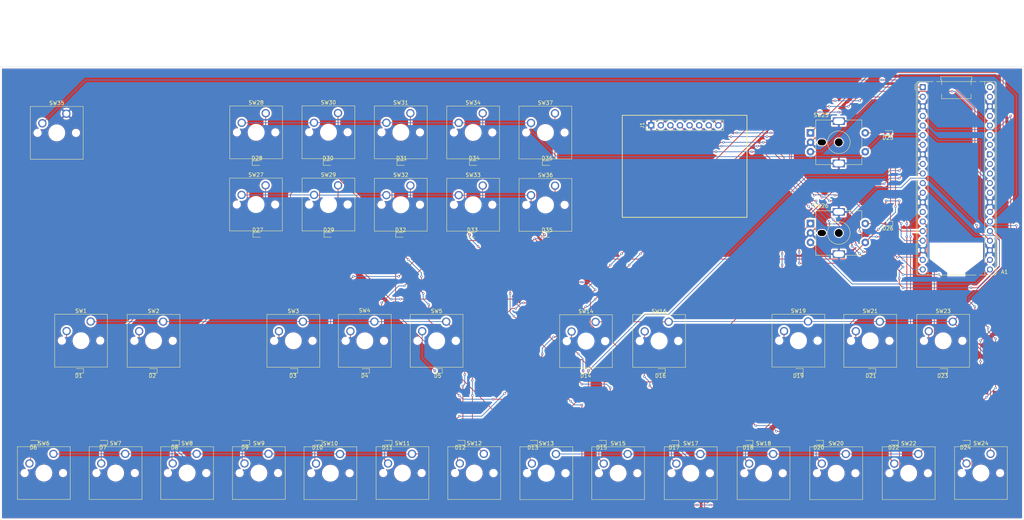
<source format=kicad_pcb>
(kicad_pcb (version 20241229) (generator "pcbnew") (generator_version "9.0")
  (layers (0 "F.Cu" signal) (2 "B.Cu" signal) (13 "F.Paste" user) (15 "B.Paste" user) (5 "F.SilkS" user "F.Silkscreen") (7 "B.SilkS" user "B.Silkscreen") (1 "F.Mask" user) (3 "B.Mask" user) (25 "Edge.Cuts" user))
  (net 0 "")
  (net 1 "1B")
  (net 2 "ROW3")
  (net 4 "2S1")
  (net 5 "DIN")
  (net 6 "A0")
  (net 7 "RST")
  (net 8 "COL1")
  (net 9 "GND")
  (net 10 "MOSI")
  (net 11 "SCK")
  (net 13 "COL2")
  (net 14 "LRCLK")
  (net 15 "1S1")
  (net 16 "COL5")
  (net 18 "CS_LCD")
  (net 21 "2B")
  (net 22 "COL3")
  (net 23 "COL7")
  (net 24 "ROW2")
  (net 26 "ROW0")
  (net 27 "+3V3")
  (net 28 "COL6")
  (net 29 "2A")
  (net 30 "Net-(A1-RUN)")
  (net 31 "ROW1")
  (net 32 "1A")
  (net 33 "BLCK")
  (net 34 "COL4")
  (net 35 "Net-(D1-A)")
  (net 36 "Net-(D2-A)")
  (net 37 "Net-(D3-A)")
  (net 38 "Net-(D4-A)")
  (net 39 "Net-(D5-A)")
  (net 40 "Net-(D6-A)")
  (net 41 "Net-(D7-A)")
  (net 42 "Net-(D8-A)")
  (net 43 "Net-(D9-A)")
  (net 44 "Net-(D10-A)")
  (net 45 "Net-(D11-A)")
  (net 46 "Net-(D12-A)")
  (net 47 "Net-(D13-A)")
  (net 48 "Net-(D14-A)")
  (net 49 "Net-(D15-A)")
  (net 50 "Net-(D16-A)")
  (net 51 "Net-(D17-A)")
  (net 52 "Net-(D18-A)")
  (net 53 "Net-(D19-A)")
  (net 54 "Net-(D20-A)")
  (net 55 "Net-(D21-A)")
  (net 56 "Net-(D22-A)")
  (net 57 "Net-(D23-A)")
  (net 58 "Net-(D24-A)")
  (net 59 "1S2")
  (net 60 "2S2")
  (net 61 "Net-(D27-A)")
  (net 62 "Net-(D28-A)")
  (net 63 "Net-(D29-A)")
  (net 64 "Net-(D30-A)")
  (net 65 "Net-(D31-A)")
  (net 66 "Net-(D32-A)")
  (net 67 "Net-(D33-A)")
  (net 68 "Net-(D34-A)")
  (net 69 "Net-(D35-A)")
  (net 70 "Net-(D36-A)")
  (footprint "Button_Switch_Keyboard:SW_Cherry_MX_1.00u_PCB" (layer "F.Cu") (at 83.305797 39.284393)
    (property "Reference" "SW28")
    (property "Value" "SW_Push" (hide yes))
  )
  (footprint "Button_Switch_Keyboard:SW_Cherry_MX_1.00u_PCB" (layer "F.Cu") (at 140.740921 58.44137)
    (property "Reference" "SW33")
    (property "Value" "SW_Push" (hide yes))
  )
  (footprint "Diode_SMD:D_SOD-523" (layer "F.Cu") (at 243.5 107.5 180)
    (property "Reference" "D21")
    (property "Value" "1N4148WT" (hide yes))
  )
  (footprint "Diode_SMD:D_SOD-523" (layer "F.Cu") (at 90.5 107.5 180)
    (property "Reference" "D3")
    (property "Value" "1N4148WT" (hide yes))
  )
  (footprint "Button_Switch_Keyboard:SW_Cherry_MX_1.00u_PCB" (layer "F.Cu") (at 275.16 129.46)
    (property "Reference" "SW24")
    (property "Value" "SW_Push" (hide yes))
  )
  (footprint "Diode_SMD:D_SOD-523" (layer "F.Cu") (at 249.5 126.5 180)
    (property "Reference" "D22")
    (property "Value" "1N4148WT" (hide yes))
  )
  (footprint "Diode_SMD:D_SOD-523" (layer "F.Cu") (at 100 71.5)
    (property "Reference" "D29")
    (property "Value" "1N4148WT" (hide yes))
  )
  (footprint "Button_Switch_Keyboard:SW_Cherry_MX_1.00u_PCB" (layer "F.Cu") (at 160.12 129.5)
    (property "Reference" "SW13")
    (property "Value" "SW_Push" (hide yes))
  )
  (footprint "Button_Switch_Keyboard:SW_Cherry_MX_1.00u_PCB" (layer "F.Cu") (at 121.600906 58.437029)
    (property "Reference" "SW32")
    (property "Value" "SW_Push" (hide yes))
  )
  (footprint "Button_Switch_Keyboard:SW_Cherry_MX_1.00u_PCB" (layer "F.Cu") (at 141.04 129.46)
    (property "Reference" "SW12")
    (property "Value" "SW_Push" (hide yes))
  )
  (footprint "Button_Switch_Keyboard:SW_Cherry_MX_1.00u_PCB" (layer "F.Cu") (at 121.596983 39.28559)
    (property "Reference" "SW31")
    (property "Value" "SW_Push" (hide yes))
  )
  (footprint "Diode_SMD:D_SOD-523" (layer "F.Cu") (at 157.8 71.5)
    (property "Reference" "D35")
    (property "Value" "1N4148WT" (hide yes))
  )
  (footprint "Diode_SMD:D_SOD-523" (layer "F.Cu") (at 128.8 107.5 180)
    (property "Reference" "D5")
    (property "Value" "1N4148WT" (hide yes))
  )
  (footprint "Button_Switch_Keyboard:SW_Cherry_MX_1.00u_PCB" (layer "F.Cu") (at 226.85 94.42)
    (property "Reference" "SW19")
    (property "Value" "SW_Push" (hide yes))
  )
  (footprint "Diode_SMD:D_SOD-523" (layer "F.Cu") (at 248 44.5 180)
    (property "Reference" "D25")
    (property "Value" "1N4148WT")
  )
  (footprint "Diode_SMD:D_SOD-523" (layer "F.Cu") (at 172.2 126.5 180)
    (property "Reference" "D15")
    (property "Value" "1N4148WT" (hide yes))
  )
  (footprint "Diode_SMD:D_SOD-523" (layer "F.Cu") (at 191.4 126.5 180)
    (property "Reference" "D17")
    (property "Value" "1N4148WT" (hide yes))
  )
  (footprint "Diode_SMD:D_SOD-523" (layer "F.Cu") (at 99.8 52.5)
    (property "Reference" "D30")
    (property "Value" "1N4148WT" (hide yes))
  )
  (footprint "Diode_SMD:D_SOD-523" (layer "F.Cu") (at 268.5 126.5 180)
    (property "Reference" "D24")
    (property "Value" "1N4148WT" (hide yes))
  )
  (footprint "Diode_SMD:D_SOD-523" (layer "F.Cu") (at 109.5 107.5 180)
    (property "Reference" "D4")
    (property "Value" "1N4148WT" (hide yes))
  )
  (footprint "Rotary_Encoder:RotaryEncoder_Alps_EC11E-Switch_Vertical_H20mm_MountingHoles" (layer "F.Cu") (at 227.5 44.5)
    (property "Reference" "SW25")
    (property "Value" "RotaryEncoder_Switch_MP")
  )
  (footprint "Button_Switch_Keyboard:SW_Cherry_MX_1.00u_PCB" (layer "F.Cu") (at 236.85 129.5)
    (property "Reference" "SW20")
    (property "Value" "SW_Push" (hide yes))
  )
  (footprint "Diode_SMD:D_SOD-523" (layer "F.Cu") (at 138.5 52.5)
    (property "Reference" "D34")
    (property "Value" "1N4148WT" (hide yes))
  )
  (footprint "Button_Switch_Keyboard:SW_Cherry_MX_1.00u_PCB" (layer "F.Cu") (at 102.447134 39.254653)
    (property "Reference" "SW30")
    (property "Value" "SW_Push" (hide yes))
  )
  (footprint "Connector_PinHeader_2.54mm:PinHeader_1x08_P2.54mm_Vertical" (layer "F.Cu") (at 185.34 42.5 90)
    (property "Reference" "J1")
    (property "Value" "ST7735R")
  )
  (footprint "Diode_SMD:D_SOD-523" (layer "F.Cu") (at 248 68.5 180)
    (property "Reference" "D26")
    (property "Value" "1N4148WT")
  )
  (footprint "Button_Switch_Keyboard:SW_Cherry_MX_1.00u_PCB" (layer "F.Cu") (at 265.16 94.46)
    (property "Reference" "SW23")
    (property "Value" "SW_Push" (hide yes))
  )
  (footprint "Diode_SMD:D_SOD-523" (layer "F.Cu") (at 224.3 107.5 180)
    (property "Reference" "D19")
    (property "Value" "1N4148WT" (hide yes))
  )
  (footprint "Diode_SMD:D_SOD-523" (layer "F.Cu") (at 21.8 126.5 180)
    (property "Reference" "D6")
    (property "Value" "1N4148WT" (hide yes))
  )
  (footprint "Diode_SMD:D_SOD-523" (layer "F.Cu") (at 157.8 52.5)
    (property "Reference" "D36")
    (property "Value" "1N4148WT" (hide yes))
  )
  (footprint "Diode_SMD:D_SOD-523" (layer "F.Cu") (at 97 126.5 180)
    (property "Reference" "D10")
    (property "Value" "1N4148WT" (hide yes))
  )
  (footprint "Diode_SMD:D_SOD-523" (layer "F.Cu") (at 81 52.5)
    (property "Reference" "D28")
    (property "Value" "1N4148WT" (hide yes))
  )
  (footprint "Button_Switch_Keyboard:SW_Cherry_MX_1.00u_PCB" (layer "F.Cu") (at 189.97 94.5)
    (property "Reference" "SW16")
    (property "Value" "SW_Push" (hide yes))
  )
  (footprint "Button_Switch_Keyboard:SW_Cherry_MX_1.00u_PCB" (layer "F.Cu") (at 198.35 129.5)
    (property "Reference" "SW17")
    (property "Value" "SW_Push" (hide yes))
  )
  (footprint "Diode_SMD:D_SOD-523" (layer "F.Cu") (at 53.3 107.5 180)
    (property "Reference" "D2")
    (property "Value" "1N4148WT" (hide yes))
  )
  (footprint "Diode_SMD:D_SOD-523" (layer "F.Cu") (at 134.8 126.5 180)
    (property "Reference" "D12")
    (property "Value" "1N4148WT" (hide yes))
  )
  (footprint "Button_Switch_Keyboard:SW_Cherry_MX_1.00u_PCB" (layer "F.Cu") (at 27.12 129.46)
    (property "Reference" "SW6")
    (property "Value" "SW_Push" (hide yes))
  )
  (footprint "Button_Switch_Keyboard:SW_Cherry_MX_1.00u_PCB" (layer "F.Cu") (at 245.85 94.46)
    (property "Reference" "SW21")
    (property "Value" "SW_Push" (hide yes))
  )
  (footprint "Diode_SMD:D_SOD-523" (layer "F.Cu") (at 229.7 126.5 180)
    (property "Reference" "D20")
    (property "Value" "1N4148WT" (hide yes))
  )
  (footprint "Diode_SMD:D_SOD-523" (layer "F.Cu") (at 119.3 52.5)
    (property "Reference" "D31")
    (property "Value" "1N4148WT" (hide yes))
  )
  (footprint "Diode_SMD:D_SOD-523" (layer "F.Cu") (at 262.5 107.5 180)
    (property "Reference" "D23")
    (property "Value" "1N4148WT" (hide yes))
  )
  (footprint "Button_Switch_Keyboard:SW_Cherry_MX_1.00u_PCB" (layer "F.Cu") (at 83.27 58.38)
    (property "Reference" "SW27")
    (property "Value" "SW_Push" (hide yes))
  )
  (footprint "Rotary_Encoder:RotaryEncoder_Alps_EC11E-Switch_Vertical_H20mm_MountingHoles" (layer "F.Cu") (at 227.5 68.5)
    (property "Reference" "SW26")
    (property "Value" "RotaryEncoder_Switch_MP")
  )
  (footprint "Button_Switch_Keyboard:SW_Cherry_MX_1.00u_PCB" (layer "F.Cu") (at 102.97 129.5)
    (property "Reference" "SW10")
    (property "Value" "SW_Push" (hide yes))
  )
  (footprint "Button_Switch_Keyboard:SW_Cherry_MX_1.00u_PCB" (layer "F.Cu") (at 93.16 94.46)
    (property "Reference" "SW3")
    (property "Value" "SW_Push" (hide yes))
  )
  (footprint "Diode_SMD:D_SOD-523" (layer "F.Cu") (at 211 126.5 180)
    (property "Reference" "D18")
    (property "Value" "1N4148WT" (hide yes))
  )
  (footprint "Diode_SMD:D_SOD-523" (layer "F.Cu") (at 138 71.5)
    (property "Reference" "D33")
    (property "Value" "1N4148WT" (hide yes))
  )
  (footprint "Diode_SMD:D_SOD-523" (layer "F.Cu") (at 119 71.5)
    (property "Reference" "D32")
    (property "Value" "1N4148WT" (hide yes))
  )
  (footprint "Button_Switch_Keyboard:SW_Cherry_MX_1.00u_PCB" (layer "F.Cu") (at 140.742481 39.308807)
    (property "Reference" "SW34")
    (property "Value" "SW_Push" (hide yes))
  )
  (footprint "Button_Switch_Keyboard:SW_Cherry_MX_1.00u_PCB" (layer "F.Cu") (at 170.62 94.54)
    (property "Reference" "SW14")
    (property "Value" "SW_Push" (hide yes))
  )
  (footprint "Diode_SMD:D_SOD-523" (layer "F.Cu") (at 115.5 126.5 180)
    (property "Reference" "D11")
    (property "Value" "1N4148WT" (hide yes))
  )
  (footprint "Button_Switch_Keyboard:SW_Cherry_MX_1.00u_PCB" (layer "F.Cu") (at 122.04 129.46)
    (property "Reference" "SW11")
    (property "Value" "SW_Push" (hide yes))
  )
  (footprint "Diode_SMD:D_SOD-523" (layer "F.Cu") (at 154 126.5 180)
    (property "Reference" "D13")
    (property "Value" "1N4148WT" (hide yes))
  )
  (footprint "Button_Switch_Keyboard:SW_Cherry_MX_1.00u_PCB" (layer "F.Cu") (at 159.889619 58.479177)
    (property "Reference" "SW36")
    (property "Value" "SW_Push" (hide yes))
  )
  (footprint "Button_Switch_Keyboard:SW_Cherry_MX_1.00u_PCB" (layer "F.Cu") (at 217.62 129.5)
    (property "Reference" "SW18")
    (property "Value" "SW_Push" (hide yes))
  )
  (footprint "Button_Switch_Keyboard:SW_Cherry_MX_1.00u_PCB" (layer "F.Cu") (at 30.54 39.42)
    (property "Reference" "SW35")
    (property "Value" "RESET")
  )
  (footprint "Module:RaspberryPi_Pico_Common_THT" (layer "F.Cu") (at 257.22 32.4)
    (property "Reference" "A1")
    (property "Value" "Orpheus_Pico")
  )
  (footprint "Button_Switch_Keyboard:SW_Cherry_MX_1.00u_PCB" (layer "F.Cu") (at 36.96 94.42)
    (property "Reference" "SW1")
    (property "Value" "SW_Push" (hide yes))
  )
  (footprint "Button_Switch_Keyboard:SW_Cherry_MX_1.00u_PCB" (layer "F.Cu") (at 65.04 129.46)
    (property "Reference" "SW8")
    (property "Value" "SW_Push" (hide yes))
  )
  (footprint "Diode_SMD:D_SOD-523" (layer "F.Cu") (at 77.8 126.5 180)
    (property "Reference" "D9")
    (property "Value" "1N4148WT" (hide yes))
  )
  (footprint "Button_Switch_Keyboard:SW_Cherry_MX_1.00u_PCB" (layer "F.Cu") (at 84.04 129.46)
    (property "Reference" "SW9")
    (property "Value" "SW_Push" (hide yes))
  )
  (footprint "Diode_SMD:D_SOD-523" (layer "F.Cu") (at 168 107.5 180)
    (property "Reference" "D14")
    (property "Value" "1N4148WT" (hide yes))
  )
  (footprint "Diode_SMD:D_SOD-523" (layer "F.Cu") (at 81.2 71.5)
    (property "Reference" "D27")
    (property "Value" "1N4148WT" (hide yes))
  )
  (footprint "Diode_SMD:D_SOD-523" (layer "F.Cu") (at 187.8 107.5 180)
    (property "Reference" "D16")
    (property "Value" "1N4148WT" (hide yes))
  )
  (footprint "Button_Switch_Keyboard:SW_Cherry_MX_1.00u_PCB" (layer "F.Cu") (at 179.12 129.5)
    (property "Reference" "SW15")
    (property "Value" "SW_Push" (hide yes))
  )
  (footprint "Button_Switch_Keyboard:SW_Cherry_MX_1.00u_PCB" (layer "F.Cu") (at 46.12 129.46)
    (property "Reference" "SW7")
    (property "Value" "SW_Push" (hide yes))
  )
  (footprint "Button_Switch_Keyboard:SW_Cherry_MX_1.00u_PCB" (layer "F.Cu") (at 256.04 129.5)
    (property "Reference" "SW22")
    (property "Value" "SW_Push" (hide yes))
  )
  (footprint "Button_Switch_Keyboard:SW_Cherry_MX_1.00u_PCB" (layer "F.Cu") (at 131.08 94.46)
    (property "Reference" "SW5")
    (property "Value" "SW_Push" (hide yes))
  )
  (footprint "Button_Switch_Keyboard:SW_Cherry_MX_1.00u_PCB" (layer "F.Cu") (at 159.874967 39.329948)
    (property "Reference" "SW37")
    (property "Value" "SW_Push" (hide yes))
  )
  (footprint "Button_Switch_Keyboard:SW_Cherry_MX_1.00u_PCB" (layer "F.Cu") (at 112.08 94.46)
    (property "Reference" "SW4")
    (property "Value" "SW_Push" (hide yes))
  )
  (footprint "Diode_SMD:D_SOD-523" (layer "F.Cu") (at 59.2 126.5 180)
    (property "Reference" "D8")
    (property "Value" "1N4148WT" (hide yes))
  )
  (footprint "Diode_SMD:D_SOD-523" (layer "F.Cu") (at 33.8 107.5 180)
    (property "Reference" "D1")
    (property "Value" "1N4148WT" (hide yes))
  )
  (footprint "Button_Switch_Keyboard:SW_Cherry_MX_1.00u_PCB" (layer "F.Cu") (at 56.16 94.46)
    (property "Reference" "SW2")
    (property "Value" "SW_Push" (hide yes))
  )
  (footprint "Diode_SMD:D_SOD-523" (layer "F.Cu") (at 40.2 126.5 180)
    (property "Reference" "D7")
    (property "Value" "1N4148WT" (hide yes))
  )
  (footprint "Button_Switch_Keyboard:SW_Cherry_MX_1.00u_PCB" (layer "F.Cu") (at 102.459626 58.383737)
    (property "Reference" "SW29")
    (property "Value" "SW_Push" (hide yes))
  )
  (gr_rect (start 177.690369 39.849853) (end 210.690369 66.849853) (stroke (width 0.2)) (fill no) (layer "F.SilkS"))
  (gr_rect (start 13 27) (end 284 147) (stroke (width 0.05)) (fill no) (layer "Edge.Cuts"))
  (segment (start 282 34.5) (end 282 60.96) (width 0.2) (layer "B.Cu") (net 1))
  (segment (start 282 60.96) (end 275 67.96) (width 0.2) (layer "B.Cu") (net 1))
  (segment (start 251.018687 29) (end 276.5 29) (width 0.2) (layer "B.Cu") (net 1))
  (segment (start 276.5 29) (end 282 34.5) (width 0.2) (layer "B.Cu") (net 1))
  (segment (start 230.518687 49.5) (end 251.018687 29) (width 0.2) (layer "B.Cu") (net 1))
  (segment (start 227.5 49.5) (end 230.518687 49.5) (width 0.2) (layer "B.Cu") (net 1))
  (segment (start 272.5 99.5) (end 282 90) (width 0.2) (layer "F.Cu") (net 2))
  (segment (start 282 90) (end 282 69) (width 0.2) (layer "F.Cu") (net 2))
  (segment (start 272.5 113.04) (end 272.5 105) (width 0.2) (layer "F.Cu") (net 2))
  (segment (start 256.04 129.5) (end 272.5 113.04) (width 0.2) (layer "F.Cu") (net 2))
  (via (at 272.5 105) (size 0.6) (drill 0.3) (layers "F.Cu" "B.Cu") (net 2))
  (via (at 282 69) (size 0.6) (drill 0.3) (layers "F.Cu" "B.Cu") (net 2))
  (via (at 272.5 99.5) (size 0.6) (drill 0.3) (layers "F.Cu" "B.Cu") (net 2))
  (segment (start 272.5 67.01705) (end 272.5 46.5) (width 0.2) (layer "B.Cu") (net 2))
  (segment (start 281.939 69.061) (end 274.54395 69.061) (width 0.2) (layer "B.Cu") (net 2))
  (segment (start 261.16 46.5) (end 257.22 42.56) (width 0.2) (layer "B.Cu") (net 2))
  (segment (start 198.35 129.5) (end 217.62 129.5) (width 0.2) (layer "B.Cu") (net 2))
  (segment (start 217.62 129.5) (end 236.85 129.5) (width 0.2) (layer "B.Cu") (net 2))
  (segment (start 272.5 46.5) (end 261.16 46.5) (width 0.2) (layer "B.Cu") (net 2))
  (segment (start 274.54395 69.061) (end 272.5 67.01705) (width 0.2) (layer "B.Cu") (net 2))
  (segment (start 272.5 105) (end 272.5 99.5) (width 0.2) (layer "B.Cu") (net 2))
  (segment (start 282 69) (end 281.939 69.061) (width 0.2) (layer "B.Cu") (net 2))
  (segment (start 160.12 129.5) (end 179.12 129.5) (width 0.2) (layer "B.Cu") (net 2))
  (segment (start 179.12 129.5) (end 198.35 129.5) (width 0.2) (layer "B.Cu") (net 2))
  (segment (start 236.85 129.5) (end 256.04 129.5) (width 0.2) (layer "B.Cu") (net 2))
  (segment (start 162.509032 77.901) (end 153.539619 68.931587) (width 0.2) (layer "F.Cu") (net 4))
  (segment (start 250 50.5) (end 252.86 47.64) (width 0.2) (layer "F.Cu") (net 4))
  (segment (start 242 73.5) (end 245.5 70) (width 0.2) (layer "F.Cu") (net 4))
  (segment (start 250 64) (end 250 50.5) (width 0.2) (layer "F.Cu") (net 4))
  (segment (start 153.539619 68.931587) (end 153.539619 61.019177) (width 0.2) (layer "F.Cu") (net 4))
  (segment (start 237.599 77.901) (end 162.509032 77.901) (width 0.2) (layer "F.Cu") (net 4))
  (segment (start 242 73.5) (end 237.599 77.901) (width 0.2) (layer "F.Cu") (net 4))
  (segment (start 252.86 47.64) (end 257.22 47.64) (width 0.2) (layer "F.Cu") (net 4))
  (via (at 245.5 70) (size 0.6) (drill 0.3) (layers "F.Cu" "B.Cu") (net 4))
  (via (at 250 64) (size 0.6) (drill 0.3) (layers "F.Cu" "B.Cu") (net 4))
  (segment (start 250 65.5) (end 250 64) (width 0.2) (layer "B.Cu") (net 4))
  (segment (start 96.109626 60.923737) (end 76.923737 60.923737) (width 0.2) (layer "B.Cu") (net 4))
  (segment (start 115.255247 60.98137) (end 115.250906 60.977029) (width 0.2) (layer "B.Cu") (net 4))
  (segment (start 96.162918 60.977029) (end 96.109626 60.923737) (width 0.2) (layer "B.Cu") (net 4))
  (segment (start 115.250906 60.977029) (end 96.162918 60.977029) (width 0.2) (layer "B.Cu") (net 4))
  (segment (start 245.5 70) (end 250 65.5) (width 0.2) (layer "B.Cu") (net 4))
  (segment (start 134.390921 60.98137) (end 115.255247 60.98137) (width 0.2) (layer "B.Cu") (net 4))
  (segment (start 153.539619 61.019177) (end 134.428728 61.019177) (width 0.2) (layer "B.Cu") (net 4))
  (segment (start 134.428728 61.019177) (end 134.390921 60.98137) (width 0.2) (layer "B.Cu") (net 4))
  (segment (start 76.923737 60.923737) (end 76.92 60.92) (width 0.2) (layer "B.Cu") (net 4))
  (segment (start 219 46.5) (end 222 49.5) (width 0.2) (layer "F.Cu") (net 6))
  (segment (start 247.5 63) (end 247.5 62.5) (width 0.2) (layer "F.Cu") (net 6))
  (segment (start 243.5 67) (end 247.5 63) (width 0.2) (layer "F.Cu") (net 6))
  (segment (start 201.04 45.5) (end 206.5 45.5) (width 0.2) (layer "F.Cu") (net 6))
  (segment (start 234 61) (end 237.5 61) (width 0.2) (layer "F.Cu") (net 6))
  (segment (start 237.5 61) (end 243.5 67) (width 0.2) (layer "F.Cu") (net 6))
  (segment (start 216 45.5) (end 218 45.5) (width 0.2) (layer "F.Cu") (net 6))
  (segment (start 222 52) (end 222 54.5) (width 0.2) (layer "F.Cu") (net 6))
  (segment (start 222 49.5) (end 222 52) (width 0.2) (layer "F.Cu") (net 6))
  (segment (start 198.04 42.5) (end 201.04 45.5) (width 0.2) (layer "F.Cu") (net 6))
  (segment (start 251 68) (end 251.5 68.5) (width 0.2) (layer "F.Cu") (net 6))
  (segment (start 251 62.5) (end 251 68) (width 0.2) (layer "F.Cu") (net 6))
  (segment (start 218 45.5) (end 219 46.5) (width 0.2) (layer "F.Cu") (net 6))
  (segment (start 222 54.5) (end 228.5 61) (width 0.2) (layer "F.Cu") (net 6))
  (via (at 206.5 45.5) (size 0.6) (drill 0.3) (layers "F.Cu" "B.Cu") (net 6))
  (via (at 251 62.5) (size 0.6) (drill 0.3) (layers "F.Cu" "B.Cu") (net 6))
  (via (at 228.5 61) (size 0.6) (drill 0.3) (layers "F.Cu" "B.Cu") (net 6))
  (via (at 216 45.5) (size 0.6) (drill 0.3) (layers "F.Cu" "B.Cu") (net 6))
  (via (at 247.5 62.5) (size 0.6) (drill 0.3) (layers "F.Cu" "B.Cu") (net 6))
  (via (at 251.5 68.5) (size 0.6) (drill 0.3) (layers "F.Cu" "B.Cu") (net 6))
  (via (at 234 61) (size 0.6) (drill 0.3) (layers "F.Cu" "B.Cu") (net 6))
  (segment (start 251.5 72) (end 252.54 73.04) (width 0.2) (layer "B.Cu") (net 6))
  (segment (start 206.5 45.5) (end 216 45.5) (width 0.2) (layer "B.Cu") (net 6))
  (segment (start 228.601 60.899) (end 233.899 60.899) (width 0.2) (layer "B.Cu") (net 6))
  (segment (start 251.5 68.5) (end 251.5 72) (width 0.2) (layer "B.Cu") (net 6))
  (segment (start 233.899 60.899) (end 234 61) (width 0.2) (layer "B.Cu") (net 6))
  (segment (start 247.5 62.5) (end 251 62.5) (width 0.2) (layer "B.Cu") (net 6))
  (segment (start 228.5 61) (end 228.601 60.899) (width 0.2) (layer "B.Cu") (net 6))
  (segment (start 252.54 73.04) (end 257.22 73.04) (width 0.2) (layer "B.Cu") (net 6))
  (segment (start 200 47) (end 204.5 47) (width 0.2) (layer "F.Cu") (net 7))
  (segment (start 220.5 51) (end 220.5 54.5) (width 0.2) (layer "F.Cu") (net 7))
  (segment (start 215 47) (end 216.5 47) (width 0.2) (layer "F.Cu") (net 7))
  (segment (start 228.5 62.5) (end 229 62.5) (width 0.2) (layer "F.Cu") (net 7))
  (segment (start 195.5 42.5) (end 200 47) (width 0.2) (layer "F.Cu") (net 7))
  (segment (start 241.5 76) (end 249 76) (width 0.2) (layer "F.Cu") (net 7))
  (segment (start 216.5 47) (end 220.5 51) (width 0.2) (layer "F.Cu") (net 7))
  (segment (start 239.5 73.5) (end 239.5 74) (width 0.2) (layer "F.Cu") (net 7))
  (segment (start 249 76) (end 250.5 77.5) (width 0.2) (layer "F.Cu") (net 7))
  (segment (start 233.5 67.5) (end 239.5 73.5) (width 0.2) (layer "F.Cu") (net 7))
  (segment (start 220.5 54.5) (end 228.5 62.5) (width 0.2) (layer "F.Cu") (net 7))
  (via (at 215 47) (size 0.6) (drill 0.3) (layers "F.Cu" "B.Cu") (net 7))
  (via (at 229 62.5) (size 0.6) (drill 0.3) (layers "F.Cu" "B.Cu") (net 7))
  (via (at 250.5 77.5) (size 0.6) (drill 0.3) (layers "F.Cu" "B.Cu") (net 7))
  (via (at 204.5 47) (size 0.6) (drill 0.3) (layers "F.Cu" "B.Cu") (net 7))
  (via (at 233.5 67.5) (size 0.6) (drill 0.3) (layers "F.Cu" "B.Cu") (net 7))
  (via (at 239.5 74) (size 0.6) (drill 0.3) (layers "F.Cu" "B.Cu") (net 7))
  (via (at 241.5 76) (size 0.6) (drill 0.3) (layers "F.Cu" "B.Cu") (net 7))
  (segment (start 229 62.5) (end 229 63) (width 0.2) (layer "B.Cu") (net 7))
  (segment (start 229 63) (end 233.5 67.5) (width 0.2) (layer "B.Cu") (net 7))
  (segment (start 239.5 74) (end 241.5 76) (width 0.2) (layer "B.Cu") (net 7))
  (segment (start 250.5 77.5) (end 250.601 77.399) (width 0.2) (layer "B.Cu") (net 7))
  (segment (start 256.499 77.399) (end 257.22 78.12) (width 0.2) (layer "B.Cu") (net 7))
  (segment (start 250.601 77.399) (end 256.499 77.399) (width 0.2) (layer "B.Cu") (net 7))
  (segment (start 204.5 47) (end 215 47) (width 0.2) (layer "B.Cu") (net 7))
  (segment (start 89.8339 60.774132) (end 98.759032 51.849) (width 0.2) (layer "F.Cu") (net 8))
  (segment (start 252.78 52.72) (end 251 54.5) (width 0.2) (layer "F.Cu") (net 8))
  (segment (start 80.3 52.5) (end 78.379 54.421) (width 0.2) (layer "F.Cu") (net 8))
  (segment (start 78.379 69.379) (end 80.5 71.5) (width 0.2) (layer "F.Cu") (net 8))
  (segment (start 98.759032 51.849) (end 99.440968 51.849) (width 0.2) (layer "F.Cu") (net 8))
  (segment (start 257.22 52.72) (end 252.78 52.72) (width 0.2) (layer "F.Cu") (net 8))
  (segment (start 70.5 71.5) (end 80.5 71.5) (width 0.2) (layer "F.Cu") (net 8))
  (segment (start 117.699 71.641797) (end 117.699 92.08053) (width 0.2) (layer "F.Cu") (net 8))
  (segment (start 99.701 53.643797) (end 117.699 71.641797) (width 0.2) (layer "F.Cu") (net 8))
  (segment (start 82.96645 73.96645) (end 86.96645 73.96645) (width 0.2) (layer "F.Cu") (net 8))
  (segment (start 89.8339 71.099) (end 89.8339 60.774132) (width 0.2) (layer "F.Cu") (net 8))
  (segment (start 151.46747 125.849) (end 154.049 125.849) (width 0.2) (layer "F.Cu") (net 8))
  (segment (start 34.5 107.5) (end 70.5 71.5) (width 0.2) (layer "F.Cu") (net 8))
  (segment (start 34.5 107.5) (end 34.5 114.5) (width 0.2) (layer "F.Cu") (net 8))
  (segment (start 117.699 92.08053) (end 151.46747 125.849) (width 0.2) (layer "F.Cu") (net 8))
  (segment (start 80.5 71.5) (end 82.96645 73.96645) (width 0.2) (layer "F.Cu") (net 8))
  (segment (start 86.96645 73.96645) (end 89.8339 71.099) (width 0.2) (layer "F.Cu") (net 8))
  (segment (start 168.7 107.5) (end 168.7 112.5) (width 0.2) (layer "F.Cu") (net 8))
  (segment (start 78.379 54.421) (end 78.379 69.379) (width 0.2) (layer "F.Cu") (net 8))
  (segment (start 154.049 125.849) (end 154.7 126.5) (width 0.2) (layer "F.Cu") (net 8))
  (segment (start 99.440968 51.849) (end 99.701 52.109032) (width 0.2) (layer "F.Cu") (net 8))
  (segment (start 99.701 52.109032) (end 99.701 53.643797) (width 0.2) (layer "F.Cu") (net 8))
  (segment (start 168.7 112.5) (end 154.7 126.5) (width 0.2) (layer "F.Cu") (net 8))
  (segment (start 34.5 114.5) (end 22.5 126.5) (width 0.2) (layer "F.Cu") (net 8))
  (via (at 251 54.5) (size 0.6) (drill 0.3) (layers "F.Cu" "B.Cu") (net 8))
  (via (at 168.7 107.5) (size 0.6) (drill 0.3) (layers "F.Cu" "B.Cu") (net 8))
  (segment (start 251 54.5) (end 248.5 54.5) (width 0.2) (layer "B.Cu") (net 8))
  (segment (start 226.5 56) (end 247 56) (width 0.2) (layer "B.Cu") (net 8))
  (segment (start 190 92.5) (end 226.5 56) (width 0.2) (layer "B.Cu") (net 8))
  (segment (start 183.7 92.5) (end 190 92.5) (width 0.2) (layer "B.Cu") (net 8))
  (segment (start 168.7 107.5) (end 183.7 92.5) (width 0.2) (layer "B.Cu") (net 8))
  (segment (start 248.5 54.5) (end 247 56) (width 0.2) (layer "B.Cu") (net 8))
  (segment (start 233.1 41.4) (end 227.5 47) (width 0.2) (layer "F.Cu") (net 9))
  (segment (start 233.1 65.4) (end 227.5 71) (width 0.2) (layer "F.Cu") (net 9))
  (segment (start 233.1 52.6) (end 235 52.6) (width 0.2) (layer "F.Cu") (net 9))
  (segment (start 227.5 71) (end 233.1 76.6) (width 0.2) (layer "F.Cu") (net 9))
  (segment (start 233.1 76.6) (end 235 76.6) (width 0.2) (layer "F.Cu") (net 9))
  (segment (start 235 65.4) (end 233.1 65.4) (width 0.2) (layer "F.Cu") (net 9))
  (segment (start 227.5 47) (end 233.1 52.6) (width 0.2) (layer "F.Cu") (net 9))
  (segment (start 235 41.4) (end 233.1 41.4) (width 0.2) (layer "F.Cu") (net 9))
  (segment (start 241 77) (end 248.5 77) (width 0.2) (layer "F.Cu") (net 10))
  (segment (start 277.5 79.71705) (end 277.5 73) (width 0.2) (layer "F.Cu") (net 10))
  (segment (start 277.5 73) (end 275 70.5) (width 0.2) (layer "F.Cu") (net 10))
  (segment (start 235.518687 73.5) (end 238 73.5) (width 0.2) (layer "F.Cu") (net 10))
  (segment (start 232.5 70.481313) (end 235.518687 73.5) (width 0.2) (layer "F.Cu") (net 10))
  (segment (start 250.5 78.5) (end 252 80) (width 0.2) (layer "F.Cu") (net 10))
  (segment (start 232.5 68) (end 232.5 70.481313) (width 0.2) (layer "F.Cu") (net 10))
  (segment (start 270 85.5) (end 271.71705 85.5) (width 0.2) (layer "F.Cu") (net 10))
  (segment (start 251 83) (end 251 84.5) (width 0.2) (layer "F.Cu") (net 10))
  (segment (start 216 48) (end 219.5 51.5) (width 0.2) (layer "F.Cu") (net 10))
  (segment (start 213.5 48) (end 216 48) (width 0.2) (layer "F.Cu") (net 10))
  (segment (start 219.5 51.5) (end 219.5 55) (width 0.2) (layer "F.Cu") (net 10))
  (segment (start 238.5 74) (end 238.5 74.5) (width 0.2) (layer "F.Cu") (net 10))
  (segment (start 240.5 76.5) (end 241 77) (width 0.2) (layer "F.Cu") (net 10))
  (segment (start 271.71705 85.5) (end 277.5 79.71705) (width 0.2) (layer "F.Cu") (net 10))
  (segment (start 219.5 55) (end 225 60.5) (width 0.2) (layer "F.Cu") (net 10))
  (segment (start 248.5 77) (end 249 77) (width 0.2) (layer "F.Cu") (net 10))
  (segment (start 251 84.5) (end 252 85.5) (width 0.2) (layer "F.Cu") (net 10))
  (segment (start 238 73.5) (end 238.5 74) (width 0.2) (layer "F.Cu") (net 10))
  (segment (start 192.96 42.5) (end 198.46 48) (width 0.2) (layer "F.Cu") (net 10))
  (segment (start 249 77) (end 250.5 78.5) (width 0.2) (layer "F.Cu") (net 10))
  (segment (start 198.46 48) (end 204 48) (width 0.2) (layer "F.Cu") (net 10))
  (segment (start 225 60.5) (end 228 63.5) (width 0.2) (layer "F.Cu") (net 10))
  (via (at 204 48) (size 0.6) (drill 0.3) (layers "F.Cu" "B.Cu") (net 10))
  (via (at 232.5 68) (size 0.6) (drill 0.3) (layers "F.Cu" "B.Cu") (net 10))
  (via (at 213.5 48) (size 0.6) (drill 0.3) (layers "F.Cu" "B.Cu") (net 10))
  (via (at 252 85.5) (size 0.6) (drill 0.3) (layers "F.Cu" "B.Cu") (net 10))
  (via (at 240.5 76.5) (size 0.6) (drill 0.3) (layers "F.Cu" "B.Cu") (net 10))
  (via (at 252 80) (size 0.6) (drill 0.3) (layers "F.Cu" "B.Cu") (net 10))
  (via (at 270 85.5) (size 0.6) (drill 0.3) (layers "F.Cu" "B.Cu") (net 10))
  (via (at 238.5 74.5) (size 0.6) (drill 0.3) (layers "F.Cu" "B.Cu") (net 10))
  (via (at 251 83) (size 0.6) (drill 0.3) (layers "F.Cu" "B.Cu") (net 10))
  (via (at 228 63.5) (size 0.6) (drill 0.3) (layers "F.Cu" "B.Cu") (net 10))
  (segment (start 252 85.5) (end 268.5 85.5) (width 0.2) (layer "B.Cu") (net 10))
  (segment (start 204 48) (end 213.5 48) (width 0.2) (layer "B.Cu") (net 10))
  (segment (start 251 82.5) (end 251 83) (width 0.2) (layer "B.Cu") (net 10))
  (segment (start 251 81) (end 251 82.5) (width 0.2) (layer "B.Cu") (net 10))
  (segment (start 252 80) (end 251 81) (width 0.2) (layer "B.Cu") (net 10))
  (segment (start 228 63.5) (end 232.5 68) (width 0.2) (layer "B.Cu") (net 10))
  (segment (start 238.5 74.5) (end 240.5 76.5) (width 0.2) (layer "B.Cu") (net 10))
  (segment (start 268.5 85.5) (end 270 85.5) (width 0.2) (layer "B.Cu") (net 10))
  (segment (start 271.5 69) (end 271.5 69.54) (width 0.2) (layer "F.Cu") (net 11))
  (segment (start 197.42 49.5) (end 202.5 49.5) (width 0.2) (layer "F.Cu") (net 11))
  (segment (start 217.5 52) (end 218.5 53) (width 0.2) (layer "F.Cu") (net 11))
  (segment (start 218.5 53) (end 218.5 55.5) (width 0.2) (layer "F.Cu") (net 11))
  (segment (start 218.5 55.5) (end 227 64) (width 0.2) (layer "F.Cu") (net 11))
  (segment (start 271.5 69.54) (end 275 73.04) (width 0.2) (layer "F.Cu") (net 11))
  (segment (start 215 49.5) (end 217.5 52) (width 0.2) (layer "F.Cu") (net 11))
  (segment (start 212 49.5) (end 215 49.5) (width 0.2) (layer "F.Cu") (net 11))
  (segment (start 190.42 42.5) (end 197.42 49.5) (width 0.2) (layer "F.Cu") (net 11))
  (via (at 227 64) (size 0.6) (drill 0.3) (layers "F.Cu" "B.Cu") (net 11))
  (via (at 202.5 49.5) (size 0.6) (drill 0.3) (layers "F.Cu" "B.Cu") (net 11))
  (via (at 212 49.5) (size 0.6) (drill 0.3) (layers "F.Cu" "B.Cu") (net 11))
  (via (at 271.5 69) (size 0.6) (drill 0.3) (layers "F.Cu" "B.Cu") (net 11))
  (segment (start 254 56.5) (end 259 56.5) (width 0.2) (layer "B.Cu") (net 11))
  (segment (start 251.5 59) (end 254 56.5) (width 0.2) (layer "B.Cu") (net 11))
  (segment (start 227 64) (end 231.601 68.601) (width 0.2) (layer "B.Cu") (net 11))
  (segment (start 245 59) (end 251.5 59) (width 0.2) (layer "B.Cu") (net 11))
  (segment (start 259 56.5) (end 271.5 69) (width 0.2) (layer "B.Cu") (net 11))
  (segment (start 202.5 49.5) (end 212 49.5) (width 0.2) (layer "B.Cu") (net 11))
  (segment (start 235.399 68.601) (end 235.5 68.5) (width 0.2) (layer "B.Cu") (net 11))
  (segment (start 235.5 68.5) (end 245 59) (width 0.2) (layer "B.Cu") (net 11))
  (segment (start 231.601 68.601) (end 235.399 68.601) (width 0.2) (layer "B.Cu") (net 11))
  (segment (start 257.22 55.26) (end 252.24 55.26) (width 0.2) (layer "F.Cu") (net 13))
  (segment (start 97.568626 54.031374) (end 97.568626 69.768626) (width 0.2) (layer "F.Cu") (net 13))
  (segment (start 220 76.5) (end 220 73.398) (width 0.2) (layer "F.Cu") (net 13))
  (segment (start 188.5 107.5) (end 194 107.5) (width 0.2) (layer "F.Cu") (net 13))
  (segment (start 99.3 71.5) (end 116.3 88.5) (width 0.2) (layer "F.Cu") (net 13))
  (segment (start 167 104.5) (end 164.5 104.5) (width 0.2) (layer "F.Cu") (net 13))
  (segment (start 164.5 104.5) (end 148.5 88.5) (width 0.2) (layer "F.Cu") (net 13))
  (segment (start 235.398 58) (end 247 58) (width 0.2) (layer "F.Cu") (net 13))
  (segment (start 172.9 110.4) (end 167 104.5) (width 0.2) (layer "F.Cu") (net 13))
  (segment (start 194 107.5) (end 218 83.5) (width 0.2) (layer "F.Cu") (net 13))
  (segment (start 116.3 88.5) (end 116.5 88.5) (width 0.2) (layer "F.Cu") (net 13))
  (segment (start 220 81.5) (end 220 79.5) (width 0.2) (layer "F.Cu") (net 13))
  (segment (start 172.9 126.5) (end 172.9 110.4) (width 0.2) (layer "F.Cu") (net 13))
  (segment (start 40.9 126.5) (end 40.9 120.6) (width 0.2) (layer "F.Cu") (net 13))
  (segment (start 172.9 110.4) (end 185.6 110.4) (width 0.2) (layer "F.Cu") (net 13))
  (segment (start 220 73.398) (end 235.398 58) (width 0.2) (layer "F.Cu") (net 13))
  (segment (start 148.5 88.5) (end 119 88.5) (width 0.2) (layer "F.Cu") (net 13))
  (segment (start 99.1 52.5) (end 97.568626 54.031374) (width 0.2) (layer "F.Cu") (net 13))
  (segment (start 252.24 55.26) (end 251 56.5) (width 0.2) (layer "F.Cu") (net 13))
  (segment (start 40.9 120.6) (end 54 107.5) (width 0.2) (layer "F.Cu") (net 13))
  (segment (start 90 71.5) (end 54 107.5) (width 0.2) (layer "F.Cu") (net 13))
  (segment (start 185.6 110.4) (end 188.5 107.5) (width 0.2) (layer "F.Cu") (net 13))
  (segment (start 218 83.5) (end 220 81.5) (width 0.2) (layer "F.Cu") (net 13))
  (segment (start 99.3 71.5) (end 90 71.5) (width 0.2) (layer "F.Cu") (net 13))
  (segment (start 97.568626 69.768626) (end 99.3 71.5) (width 0.2) (layer "F.Cu") (net 13))
  (via (at 251 56.5) (size 0.6) (drill 0.3) (layers "F.Cu" "B.Cu") (net 13))
  (via (at 220 76.5) (size 0.6) (drill 0.3) (layers "F.Cu" "B.Cu") (net 13))
  (via (at 220 79.5) (size 0.6) (drill 0.3) (layers "F.Cu" "B.Cu") (net 13))
  (via (at 247 58) (size 0.6) (drill 0.3) (layers "F.Cu" "B.Cu") (net 13))
  (via (at 116.5 88.5) (size 0.6) (drill 0.3) (layers "F.Cu" "B.Cu") (net 13))
  (via (at 119 88.5) (size 0.6) (drill 0.3) (layers "F.Cu" "B.Cu") (net 13))
  (segment (start 251 56.5) (end 248.5 56.5) (width 0.2) (layer "B.Cu") (net 13))
  (segment (start 220 79.5) (end 220 76.5) (width 0.2) (layer "B.Cu") (net 13))
  (segment (start 248.5 56.5) (end 247 58) (width 0.2) (layer "B.Cu") (net 13))
  (segment (start 119 88.5) (end 116.5 88.5) (width 0.2) (layer "B.Cu") (net 13))
  (segment (start 153.503826 41.848807) (end 153.524967 41.869948) (width 0.2) (layer "B.Cu") (net 15))
  (segment (start 242 49.5) (end 246.4 45.1) (width 0.2) (layer "B.Cu") (net 15))
  (segment (start 134.369264 41.82559) (end 134.392481 41.848807) (width 0.2) (layer "B.Cu") (net 15))
  (segment (start 160.401203 50.801) (end 153.524967 43.924764) (width 0.2) (layer "B.Cu") (net 15))
  (segment (start 115.246983 41.82559) (end 134.369264 41.82559) (width 0.2) (layer "B.Cu") (net 15))
  (segment (start 153.524967 43.924764) (end 153.524967 41.869948) (width 0.2) (layer "B.Cu") (net 15))
  (segment (start 115.216046 41.794653) (end 115.246983 41.82559) (width 0.2) (layer "B.Cu") (net 15))
  (segment (start 96.097134 41.794653) (end 115.216046 41.794653) (width 0.2) (layer "B.Cu") (net 15))
  (segment (start 76.955797 41.824393) (end 96.067394 41.824393) (width 0.2) (layer "B.Cu") (net 15))
  (segment (start 242 49.5) (end 240.699 50.801) (width 0.2) (layer "B.Cu") (net 15))
  (segment (start 134.392481 41.848807) (end 153.503826 41.848807) (width 0.2) (layer "B.Cu") (net 15))
  (segment (start 96.067394 41.824393) (end 96.097134 41.794653) (width 0.2) (layer "B.Cu") (net 15))
  (segment (start 246.4 45.1) (end 257.22 45.1) (width 0.2) (layer "B.Cu") (net 15))
  (segment (start 240.699 50.801) (end 160.401203 50.801) (width 0.2) (layer "B.Cu") (net 15))
  (segment (start 212.5 121.5) (end 213 122) (width 0.2) (layer "F.Cu") (net 16))
  (segment (start 157.1 71.5) (end 157.05 71.45) (width 0.2) (layer "F.Cu") (net 16))
  (segment (start 157.05 71.45) (end 154.998619 69.398619) (width 0.2) (layer "F.Cu") (net 16))
  (segment (start 183.5 108.26153) (end 183.5 109) (width 0.2) (layer "F.Cu") (net 16))
  (segment (start 254 97.7) (end 254 72) (width 0.2) (layer "F.Cu") (net 16))
  (segment (start 227.4 123.5) (end 230.4 126.5) (width 0.2) (layer "F.Cu") (net 16))
  (segment (start 154 73) (end 154.5 72.5) (width 0.2) (layer "F.Cu") (net 16))
  (segment (start 169.219 87.281) (end 169.219 95.120314) (width 0.2) (layer "F.Cu") (net 16))
  (segment (start 140.5 73) (end 154 73) (width 0.2) (layer "F.Cu") (net 16))
  (segment (start 218.5 123.5) (end 227.4 123.5) (width 0.2) (layer "F.Cu") (net 16))
  (segment (start 111.891 98.609) (end 114 96.5) (width 0.2) (layer "F.Cu") (net 16))
  (segment (start 120 85) (end 132 73) (width 0.2) (layer "F.Cu") (net 16))
  (segment (start 97.7 126.5) (end 97.7 120) (width 0.2) (layer "F.Cu") (net 16))
  (segment (start 114 96.5) (end 114 89.5) (width 0.2) (layer "F.Cu") (net 16))
  (segment (start 244.2 112.7) (end 230.4 126.5) (width 0.2) (layer "F.Cu") (net 16))
  (segment (start 111.891 105.809) (end 111.891 98.609) (width 0.2) (layer "F.Cu") (net 16))
  (segment (start 166 84) (end 167 84) (width 0.2) (layer "F.Cu") (net 16))
  (segment (start 185 111.5) (end 195 121.5) (width 0.2) (layer "F.Cu") (net 16))
  (segment (start 154.998619 69.398619) (end 154.998619 54.601381) (width 0.2) (layer "F.Cu") (net 16))
  (segment (start 132 73) (end 140.5 73) (width 0.2) (layer "F.Cu") (net 16))
  (segment (start 244.2 107.5) (end 254 97.7) (width 0.2) (layer "F.Cu") (net 16))
  (segment (start 244.2 107.5) (end 244.2 112.7) (width 0.2) (layer "F.Cu") (net 16))
  (segment (start 195 121.5) (end 212.5 121.5) (width 0.2) (layer "F.Cu") (net 16))
  (segment (start 169.219 95.120314) (end 172.517686 98.419) (width 0.2) (layer "F.Cu") (net 16))
  (segment (start 170.5 86) (end 169.219 87.281) (width 0.2) (layer "F.Cu") (net 16))
  (segment (start 173.65747 98.419) (end 183.5 108.26153) (width 0.2) (layer "F.Cu") (net 16))
  (segment (start 97.7 120) (end 110.2 107.5) (width 0.2) (layer "F.Cu") (net 16))
  (segment (start 154.998619 54.601381) (end 157.1 52.5) (width 0.2) (layer "F.Cu") (net 16))
  (segment (start 154.5 72.5) (end 166 84) (width 0.2) (layer "F.Cu") (net 16))
  (segment (start 110.2 107.5) (end 111.891 105.809) (width 0.2) (layer "F.Cu") (net 16))
  (segment (start 172.517686 98.419) (end 173.65747 98.419) (width 0.2) (layer "F.Cu") (net 16))
  (via (at 183.5 109) (size 0.6) (drill 0.3) (layers "F.Cu" "B.Cu") (net 16))
  (via (at 185 111.5) (size 0.6) (drill 0.3) (layers "F.Cu" "B.Cu") (net 16))
  (via (at 154.5 72.5) (size 0.6) (drill 0.3) (layers "F.Cu" "B.Cu") (net 16))
  (via (at 170.5 86) (size 0.6) (drill 0.3) (layers "F.Cu" "B.Cu") (net 16))
  (via (at 167 84) (size 0.6) (drill 0.3) (layers "F.Cu" "B.Cu") (net 16))
  (via (at 114 89.5) (size 0.6) (drill 0.3) (layers "F.Cu" "B.Cu") (net 16))
  (via (at 157.05 71.45) (size 0.6) (drill 0.3) (layers "F.Cu" "B.Cu") (net 16))
  (via (at 218.5 123.5) (size 0.6) (drill 0.3) (layers "F.Cu" "B.Cu") (net 16))
  (via (at 120 85) (size 0.6) (drill 0.3) (layers "F.Cu" "B.Cu") (net 16))
  (via (at 254 72) (size 0.6) (drill 0.3) (layers "F.Cu" "B.Cu") (net 16))
  (via (at 213 122) (size 0.6) (drill 0.3) (layers "F.Cu" "B.Cu") (net 16))
  (segment (start 118.5 85) (end 120 85) (width 0.2) (layer "B.Cu") (net 16))
  (segment (start 254 68.64) (end 257.22 65.42) (width 0.2) (layer "B.Cu") (net 16))
  (segment (start 183.5 109) (end 185 110.5) (width 0.2) (layer "B.Cu") (net 16))
  (segment (start 168.5 84) (end 170.5 86) (width 0.2) (layer "B.Cu") (net 16))
  (segment (start 156 72.5) (end 157.05 71.45) (width 0.2) (layer "B.Cu") (net 16))
  (segment (start 114 89.5) (end 118.5 85) (width 0.2) (layer "B.Cu") (net 16))
  (segment (start 167 84) (end 168.5 84) (width 0.2) (layer "B.Cu") (net 16))
  (segment (start 154.5 72.5) (end 156 72.5) (width 0.2) (layer "B.Cu") (net 16))
  (segment (start 213 122) (end 217 122) (width 0.2) (layer "B.Cu") (net 16))
  (segment (start 185 110.5) (end 185 111.5) (width 0.2) (layer "B.Cu") (net 16))
  (segment (start 254 72) (end 254 68.64) (width 0.2) (layer "B.Cu") (net 16))
  (segment (start 217 122) (end 218.5 123.5) (width 0.2) (layer "B.Cu") (net 16))
  (segment (start 222.5 46.5) (end 220.5 44.5) (width 0.2) (layer "F.Cu") (net 18))
  (segment (start 202.58 44.5) (end 200.58 42.5) (width 0.2) (layer "F.Cu") (net 18))
  (segment (start 240.5 70.5) (end 240.5 67.698) (width 0.2) (layer "F.Cu") (net 18))
  (segment (start 252 78) (end 246 72) (width 0.2) (layer "F.Cu") (net 18))
  (segment (start 235.302 62.5) (end 232.5 62.5) (width 0.2) (layer "F.Cu") (net 18))
  (segment (start 246 72) (end 245 72) (width 0.2) (layer "F.Cu") (net 18))
  (segment (start 230.5 61.5) (end 222.5 53.5) (width 0.2) (layer "F.Cu") (net 18))
  (segment (start 240.5 67.698) (end 235.302 62.5) (width 0.2) (layer "F.Cu") (net 18))
  (segment (start 208 44.5) (end 202.58 44.5) (width 0.2) (layer "F.Cu") (net 18))
  (segment (start 220.5 44.5) (end 217 44.5) (width 0.2) (layer "F.Cu") (net 18))
  (segment (start 222.5 53.5) (end 222.5 46.5) (width 0.2) (layer "F.Cu") (net 18))
  (via (at 232.5 62.5) (size 0.6) (drill 0.3) (layers "F.Cu" "B.Cu") (net 18))
  (via (at 245 72) (size 0.6) (drill 0.3) (layers "F.Cu" "B.Cu") (net 18))
  (via (at 208 44.5) (size 0.6) (drill 0.3) (layers "F.Cu" "B.Cu") (net 18))
  (via (at 217 44.5) (size 0.6) (drill 0.3) (layers "F.Cu" "B.Cu") (net 18))
  (via (at 230.5 61.5) (size 0.6) (drill 0.3) (layers "F.Cu" "B.Cu") (net 18))
  (via (at 252 78) (size 0.6) (drill 0.3) (layers "F.Cu" "B.Cu") (net 18))
  (via (at 240.5 70.5) (size 0.6) (drill 0.3) (layers "F.Cu" "B.Cu") (net 18))
  (segment (start 245 72) (end 242 72) (width 0.2) (layer "B.Cu") (net 18))
  (segment (start 231.5 61.5) (end 230.5 61.5) (width 0.2) (layer "B.Cu") (net 18))
  (segment (start 242 72) (end 240.5 70.5) (width 0.2) (layer "B.Cu") (net 18))
  (segment (start 254.66 80.66) (end 252 78) (width 0.2) (layer "B.Cu") (net 18))
  (segment (start 217 44.5) (end 208 44.5) (width 0.2) (layer "B.Cu") (net 18))
  (segment (start 257.22 80.66) (end 254.66 80.66) (width 0.2) (layer "B.Cu") (net 18))
  (segment (start 232.5 62.5) (end 231.5 61.5) (width 0.2) (layer "B.Cu") (net 18))
  (segment (start 238.5 84.5) (end 227.5 73.5) (width 0.2) (layer "B.Cu") (net 21))
  (segment (start 271.16 84.5) (end 238.5 84.5) (width 0.2) (layer "B.Cu") (net 21))
  (segment (start 275 80.66) (end 271.16 84.5) (width 0.2) (layer "B.Cu") (net 21))
  (segment (start 118.3 71.5) (end 118.3 75.3) (width 0.2) (layer "F.Cu") (net 22))
  (segment (start 271 92.5) (end 271 90.5) (width 0.2) (layer "F.Cu") (net 22))
  (segment (start 148 144.5) (end 75.784816 144.5) (width 0.2) (layer "F.Cu") (net 22))
  (segment (start 192.1 127.545184) (end 192.1 126.5) (width 0.2) (layer "F.Cu") (net 22))
  (segment (start 116.709906 54.390094) (end 118.6 52.5) (width 0.2) (layer "F.Cu") (net 22))
  (segment (start 142.379 133.379) (end 135.5 126.5) (width 0.2) (layer "F.Cu") (net 22))
  (segment (start 276.5 112) (end 276.5 99) (width 0.2) (layer "F.Cu") (net 22))
  (segment (start 274.5 96) (end 271 92.5) (width 0.2) (layer "F.Cu") (net 22))
  (segment (start 142.379 138.879) (end 142.379 133.379) (width 0.2) (layer "F.Cu") (net 22))
  (segment (start 135.5 111.5) (end 135.5 126.5) (width 0.2) (layer "F.Cu") (net 22))
  (segment (start 148 144.5) (end 142.379 138.879) (width 0.2) (layer "F.Cu") (net 22))
  (segment (start 118.3 75.3) (end 121 78) (width 0.2) (layer "F.Cu") (net 22))
  (segment (start 269.2 126.5) (end 269.2 119.3) (width 0.2) (layer "F.Cu") (net 22))
  (segment (start 124.5 82.5) (end 124.5 86.5) (width 0.2) (layer "F.Cu") (net 22))
  (segment (start 126.5 94.11847) (end 136 103.61847) (width 0.2) (layer "F.Cu") (net 22))
  (segment (start 199.5 144.5) (end 199.5 134.945184) (width 0.2) (layer "F.Cu") (net 22))
  (segment (start 199.5 144.5) (end 148 144.5) (width 0.2) (layer "F.Cu") (net 22))
  (segment (start 269.2 119.3) (end 274 114.5) (width 0.2) (layer "F.Cu") (net 22))
  (segment (start 270.211 127.511) (end 270.211 133.56747) (width 0.2) (layer "F.Cu") (net 22))
  (segment (start 118.3 71.5) (end 116.709906 69.909906) (width 0.2) (layer "F.Cu") (net 22))
  (segment (start 259.27847 144.5) (end 199.5 144.5) (width 0.2) (layer "F.Cu") (net 22))
  (segment (start 75.784816 144.5) (end 59.9 128.615184) (width 0.2) (layer "F.Cu") (net 22))
  (segment (start 124.5 86.5) (end 125 87) (width 0.2) (layer "F.Cu") (net 22))
  (segment (start 59.9 128.615184) (end 59.9 126.5) (width 0.2) (layer "F.Cu") (net 22))
  (segment (start 199.5 134.945184) (end 192.1 127.545184) (width 0.2) (layer "F.Cu") (net 22))
  (segment (start 136 103.61847) (end 136 108.5) (width 0.2) (layer "F.Cu") (net 22))
  (segment (start 269.2 126.5) (end 270.211 127.511) (width 0.2) (layer "F.Cu") (net 22))
  (segment (start 126.5 90) (end 126.5 94.11847) (width 0.2) (layer "F.Cu") (net 22))
  (segment (start 270.211 133.56747) (end 259.27847 144.5) (width 0.2) (layer "F.Cu") (net 22))
  (segment (start 116.709906 69.909906) (end 116.709906 54.390094) (width 0.2) (layer "F.Cu") (net 22))
  (via (at 135.5 111.5) (size 0.6) (drill 0.3) (layers "F.Cu" "B.Cu") (net 22))
  (via (at 124.5 82.5) (size 0.6) (drill 0.3) (layers "F.Cu" "B.Cu") (net 22))
  (via (at 276.5 112) (size 0.6) (drill 0.3) (layers "F.Cu" "B.Cu") (net 22))
  (via (at 125 87) (size 0.6) (drill 0.3) (layers "F.Cu" "B.Cu") (net 22))
  (via (at 136 108.5) (size 0.6) (drill 0.3) (layers "F.Cu" "B.Cu") (net 22))
  (via (at 276.5 99) (size 0.6) (drill 0.3) (layers "F.Cu" "B.Cu") (net 22))
  (via (at 126.5 90) (size 0.6) (drill 0.3) (layers "F.Cu" "B.Cu") (net 22))
  (via (at 121 78) (size 0.6) (drill 0.3) (layers "F.Cu" "B.Cu") (net 22))
  (via (at 274 114.5) (size 0.6) (drill 0.3) (layers "F.Cu" "B.Cu") (net 22))
  (via (at 274.5 96) (size 0.6) (drill 0.3) (layers "F.Cu" "B.Cu") (net 22))
  (via (at 271 90.5) (size 0.6) (drill 0.3) (layers "F.Cu" "B.Cu") (net 22))
  (segment (start 271 90.5) (end 269.5 89) (width 0.2) (layer "B.Cu") (net 22))
  (segment (start 271.021 71.601) (end 257.22 57.8) (width 0.2) (layer "B.Cu") (net 22))
  (segment (start 276.5 99) (end 274.5 97) (width 0.2) (layer "B.Cu") (net 22))
  (segment (start 277.5 80) (end 277.5 72.5) (width 0.2) (layer "B.Cu") (net 22))
  (segment (start 136 108.5) (end 136 111) (width 0.2) (layer "B.Cu") (net 22))
  (segment (start 274.5 97) (end 274.5 96) (width 0.2) (layer "B.Cu") (net 22))
  (segment (start 274 114.5) (end 276.5 112) (width 0.2) (layer "B.Cu") (net 22))
  (segment (start 121 78) (end 124.5 81.5) (width 0.2) (layer "B.Cu") (net 22))
  (segment (start 276.601 71.601) (end 271.021 71.601) (width 0.2) (layer "B.Cu") (net 22))
  (segment (start 269.5 89) (end 269.5 88) (width 0.2) (layer "B.Cu") (net 22))
  (segment (start 125 87) (end 125 88.5) (width 0.2) (layer "B.Cu") (net 22))
  (segment (start 136 111) (end 135.5 111.5) (width 0.2) (layer "B.Cu") (net 22))
  (segment (start 277.5 72.5) (end 276.601 71.601) (width 0.2) (layer "B.Cu") (net 22))
  (segment (start 124.5 81.5) (end 124.5 82.5) (width 0.2) (layer "B.Cu") (net 22))
  (segment (start 269.5 88) (end 277.5 80) (width 0.2) (layer "B.Cu") (net 22))
  (segment (start 125 88.5) (end 126.5 90) (width 0.2) (layer "B.Cu") (net 22))
  (segment (start 248.7 68.5) (end 249.5 68.5) (width 0.2) (layer "F.Cu") (net 23))
  (segment (start 251.5 70.5) (end 257.22 70.5) (width 0.2) (layer "F.Cu") (net 23))
  (segment (start 248.7 44.5) (end 248.7 68.5) (width 0.2) (layer "F.Cu") (net 23))
  (segment (start 249.5 68.5) (end 251.5 70.5) (width 0.2) (layer "F.Cu") (net 23))
  (segment (start 170.66 94.5) (end 170.62 94.54) (width 0.2) (layer "F.Cu") (net 24))
  (segment (start 189.97 94.5) (end 170.66 94.5) (width 0.2) (layer "F.Cu") (net 24))
  (segment (start 265.16 94.46) (end 275.16 104.46) (width 0.2) (layer "F.Cu") (net 24))
  (segment (start 280.5 79.12) (end 280.5 40) (width 0.2) (layer "F.Cu") (net 24))
  (segment (start 226.89 94.46) (end 226.85 94.42) (width 0.2) (layer "F.Cu") (net 24))
  (segment (start 275.16 104.46) (end 275.16 129.46) (width 0.2) (layer "F.Cu") (net 24))
  (segment (start 265.16 94.46) (end 280.5 79.12) (width 0.2) (layer "F.Cu") (net 24))
  (via (at 280.5 40) (size 0.6) (drill 0.3) (layers "F.Cu" "B.Cu") (net 24))
  (segment (start 190.05 94.42) (end 189.97 94.5) (width 0.2) (layer "B.Cu") (net 24))
  (segment (start 260.861 43.661) (end 257.22 40.02) (width 0.2) (layer "B.Cu") (net 24))
  (segment (start 245.85 94.46) (end 265.16 94.46) (width 0.2) (layer "B.Cu") (net 24))
  (segment (start 276.839 43.661) (end 260.861 43.661) (width 0.2) (layer "B.Cu") (net 24))
  (segment (start 226.85 94.42) (end 190.05 94.42) (width 0.2) (layer "B.Cu") (net 24))
  (segment (start 245.81 94.42) (end 245.85 94.46) (width 0.2) (layer "B.Cu") (net 24))
  (segment (start 226.85 94.42) (end 245.81 94.42) (width 0.2) (layer "B.Cu") (net 24))
  (segment (start 280.5 40) (end 276.839 43.661) (width 0.2) (layer "B.Cu") (net 24))
  (segment (start 138 126.42) (end 141.04 129.46) (width 0.2) (layer "F.Cu") (net 26))
  (segment (start 177.5 76.5) (end 216.5 37.5) (width 0.2) (layer "F.Cu") (net 26))
  (segment (start 164.5 89.5) (end 174.5 79.5) (width 0.2) (layer "F.Cu") (net 26))
  (segment (start 148.38 91) (end 149.5 91) (width 0.2) (layer "F.Cu") (net 26))
  (segment (start 56.12 94.42) (end 56.16 94.46) (width 0.2) (layer "F.Cu") (net 26))
  (segment (start 138 101.38) (end 138 110) (width 0.2) (layer "F.Cu") (net 26))
  (segment (start 138 101.38) (end 148.38 91) (width 0.2) (layer "F.Cu") (net 26))
  (segment (start 151.5 89.5) (end 164.5 89.5) (width 0.2) (layer "F.Cu") (net 26))
  (segment (start 131.08 94.46) (end 138 101.38) (width 0.2) (layer "F.Cu") (net 26))
  (segment (start 237.5 37.5) (end 242.6 32.4) (width 0.2) (layer "F.Cu") (net 26))
  (segment (start 138 114) (end 138 126.42) (width 0.2) (layer "F.Cu") (net 26))
  (segment (start 216.5 37.5) (end 232.5 37.5) (width 0.2) (layer "F.Cu") (net 26))
  (segment (start 242.6 32.4) (end 257.22 32.4) (width 0.2) (layer "F.Cu") (net 26))
  (via (at 232.5 37.5) (size 0.6) (drill 0.3) (layers "F.Cu" "B.Cu") (net 26))
  (via (at 138 114) (size 0.6) (drill 0.3) (layers "F.Cu" "B.Cu") (net 26))
  (via (at 149.5 91) (size 0.6) (drill 0.3) (layers "F.Cu" "B.Cu") (net 26))
  (via (at 151.5 89.5) (size 0.6) (drill 0.3) (layers "F.Cu" "B.Cu") (net 26))
  (via (at 177.5 76.5) (size 0.6) (drill 0.3) (layers "F.Cu" "B.Cu") (net 26))
  (via (at 138 110) (size 0.6) (drill 0.3) (layers "F.Cu" "B.Cu") (net 26))
  (via (at 237.5 37.5) (size 0.6) (drill 0.3) (layers "F.Cu" "B.Cu") (net 26))
  (via (at 174.5 79.5) (size 0.6) (drill 0.3) (layers "F.Cu" "B.Cu") (net 26))
  (segment (start 151 89.5) (end 151.5 89.5) (width 0.2) (layer "B.Cu") (net 26))
  (segment (start 149.5 91) (end 151 89.5) (width 0.2) (layer "B.Cu") (net 26))
  (segment (start 232.5 37.5) (end 237.5 37.5) (width 0.2) (layer "B.Cu") (net 26))
  (segment (start 112.08 94.46) (end 131.08 94.46) (width 0.2) (layer "B.Cu") (net 26))
  (segment (start 174.5 79.5) (end 177.5 76.5) (width 0.2) (layer "B.Cu") (net 26))
  (segment (start 93.16 94.46) (end 112.08 94.46) (width 0.2) (layer "B.Cu") (net 26))
  (segment (start 37 94.46) (end 36.96 94.42) (width 0.2) (layer "B.Cu") (net 26))
  (segment (start 138 110) (end 138 114) (width 0.2) (layer "B.Cu") (net 26))
  (segment (start 56.16 94.46) (end 93.16 94.46) (width 0.2) (layer "B.Cu") (net 26))
  (segment (start 56.16 94.46) (end 37 94.46) (width 0.2) (layer "B.Cu") (net 26))
  (segment (start 201.62 41) (end 189.38 41) (width 0.2) (layer "F.Cu") (net 27))
  (segment (start 203.12 42.5) (end 201.62 41) (width 0.2) (layer "F.Cu") (net 27))
  (segment (start 243 33.5) (end 265 33.5) (width 0.2) (layer "F.Cu") (net 27))
  (segment (start 209.62 36) (end 234 36) (width 0.2) (layer "F.Cu") (net 27))
  (segment (start 240.5 36) (end 243 33.5) (width 0.2) (layer "F.Cu") (net 27))
  (segment (start 189.38 41) (end 187.88 42.5) (width 0.2) (layer "F.Cu") (net 27))
  (segment (start 203.12 42.5) (end 209.62 36) (width 0.2) (layer "F.Cu") (net 27))
  (via (at 234 36) (size 0.6) (drill 0.3) (layers "F.Cu" "B.Cu") (net 27))
  (via (at 240.5 36) (size 0.6) (drill 0.3) (layers "F.Cu" "B.Cu") (net 27))
  (via (at 265 33.5) (size 0.6) (drill 0.3) (layers "F.Cu" "B.Cu") (net 27))
  (segment (start 265.94 33.5) (end 275 42.56) (width 0.2) (layer "B.Cu") (net 27))
  (segment (start 234 36) (end 240.5 36) (width 0.2) (layer "B.Cu") (net 27))
  (segment (start 265 33.5) (end 265.94 33.5) (width 0.2) (layer "B.Cu") (net 27))
  (segment (start 260.269 104.569) (end 260.269 79.271731) (width 0.2) (layer "F.Cu") (net 28))
  (segment (start 129.5 113.2) (end 133.7 113.2) (width 0.2) (layer "F.Cu") (net 28))
  (segment (start 170.5 143) (end 174.5 143) (width 0.2) (layer "F.Cu") (net 28))
  (segment (start 260.269 79.271731) (end 258.326 77.328731) (width 0.2) (layer "F.Cu") (net 28))
  (segment (start 163.5 115) (end 164 115.5) (width 0.2) (layer "F.Cu") (net 28))
  (segment (start 143.5 115) (end 163.5 115) (width 0.2) (layer "F.Cu") (net 28))
  (segment (start 129.5 113.2) (end 116.2 126.5) (width 0.2) (layer "F.Cu") (net 28))
  (segment (start 167 116.5) (end 167 139.5) (width 0.2) (layer "F.Cu") (net 28))
  (segment (start 258.326 77.328731) (end 258.326 69.066) (width 0.2) (layer "F.Cu") (net 28))
  (segment (start 167 139.5) (end 170.5 143) (width 0.2) (layer "F.Cu") (net 28))
  (segment (start 129.5 107.5) (end 129.5 113.2) (width 0.2) (layer "F.Cu") (net 28))
  (segment (start 243.702816 143) (end 251.091 135.611816) (width 0.2) (layer "F.Cu") (net 28))
  (segment (start 258.326 69.066) (end 257.22 67.96) (width 0.2) (layer "F.Cu") (net 28))
  (segment (start 174.5 143) (end 197.5 143) (width 0.2) (layer "F.Cu") (net 28))
  (segment (start 251.091 135.611816) (end 251.091 127.391) (width 0.2) (layer "F.Cu") (net 28))
  (segment (start 263.2 113.5) (end 250.2 126.5) (width 0.2) (layer "F.Cu") (net 28))
  (segment (start 201 143) (end 243.702816 143) (width 0.2) (layer "F.Cu") (net 28))
  (segment (start 263.2 107.5) (end 263.2 113.5) (width 0.2) (layer "F.Cu") (net 28))
  (segment (start 133.7 113.2) (end 134.5 114) (width 0.2) (layer "F.Cu") (net 28))
  (segment (start 251.091 127.391) (end 250.2 126.5) (width 0.2) (layer "F.Cu") (net 28))
  (segment (start 263.2 107.5) (end 260.269 104.569) (width 0.2) (layer "F.Cu") (net 28))
  (via (at 167 116.5) (size 0.6) (drill 0.3) (layers "F.Cu" "B.Cu") (net 28))
  (via (at 134.5 114) (size 0.6) (drill 0.3) (layers "F.Cu" "B.Cu") (net 28))
  (via (at 197.5 143) (size 0.6) (drill 0.3) (layers "F.Cu" "B.Cu") (net 28))
  (via (at 201 143) (size 0.6) (drill 0.3) (layers "F.Cu" "B.Cu") (net 28))
  (via (at 143.5 115) (size 0.6) (drill 0.3) (layers "F.Cu" "B.Cu") (net 28))
  (via (at 164 115.5) (size 0.6) (drill 0.3) (layers "F.Cu" "B.Cu") (net 28))
  (segment (start 197.5 143) (end 201 143) (width 0.2) (layer "B.Cu") (net 28))
  (segment (start 165 116.5) (end 167 116.5) (width 0.2) (layer "B.Cu") (net 28))
  (segment (start 164 115.5) (end 165 116.5) (width 0.2) (layer "B.Cu") (net 28))
  (segment (start 134.5 114) (end 135.5 115) (width 0.2) (layer "B.Cu") (net 28))
  (segment (start 135.5 115) (end 143.5 115) (width 0.2) (layer "B.Cu") (net 28))
  (segment (start 270.489 82.631) (end 275 78.12) (width 0.2) (layer "F.Cu") (net 29))
  (segment (start 262.131 82.631) (end 270.489 82.631) (width 0.2) (layer "F.Cu") (net 29))
  (segment (start 261.5 82) (end 262.131 82.631) (width 0.2) (layer "F.Cu") (net 29))
  (segment (start 249 79) (end 252 82) (width 0.2) (layer "F.Cu") (net 29))
  (segment (start 224.5 79) (end 249 79) (width 0.2) (layer "F.Cu") (net 29))
  (segment (start 224.5 71.5) (end 224.5 76) (width 0.2) (layer "F.Cu") (net 29))
  (segment (start 227.5 68.5) (end 224.5 71.5) (width 0.2) (layer "F.Cu") (net 29))
  (via (at 261.5 82) (size 0.6) (drill 0.3) (layers "F.Cu" "B.Cu") (net 29))
  (via (at 224.5 76) (size 0.6) (drill 0.3) (layers "F.Cu" "B.Cu") (net 29))
  (via (at 252 82) (size 0.6) (drill 0.3) (layers "F.Cu" "B.Cu") (net 29))
  (via (at 224.5 79) (size 0.6) (drill 0.3) (layers "F.Cu" "B.Cu") (net 29))
  (segment (start 261 82) (end 261.5 82) (width 0.2) (layer "B.Cu") (net 29))
  (segment (start 252 82) (end 261 82) (width 0.2) (layer "B.Cu") (net 29))
  (segment (start 224.5 76) (end 224.5 79) (width 0.2) (layer "B.Cu") (net 29))
  (segment (start 246.5 30.5) (end 263.5 30.5) (width 0.2) (layer "F.Cu") (net 30))
  (segment (start 263.5 30.5) (end 271 38) (width 0.2) (layer "F.Cu") (net 30))
  (segment (start 271 38) (end 271 53.8) (width 0.2) (layer "F.Cu") (net 30))
  (segment (start 271 53.8) (end 275 57.8) (width 0.2) (layer "F.Cu") (net 30))
  (via (at 246.5 30.5) (size 0.6) (drill 0.3) (layers "F.Cu" "B.Cu") (net 30))
  (segment (start 35.65 30.5) (end 205 30.5) (width 0.2) (layer "B.Cu") (net 30))
  (segment (start 205 30.5) (end 246.5 30.5) (width 0.2) (layer "B.Cu") (net 30))
  (segment (start 24.19 41.96) (end 35.65 30.5) (width 0.2) (layer "B.Cu") (net 30))
  (segment (start 235 39) (end 239.5 39) (width 0.2) (layer "F.Cu") (net 31))
  (segment (start 122.04 129.46) (end 124.54 129.46) (width 0.2) (layer "F.Cu") (net 31))
  (segment (start 239.5 39) (end 243.5 35) (width 0.2) (layer "F.Cu") (net 31))
  (segment (start 220 39) (end 230 39) (width 0.2) (layer "F.Cu") (net 31))
  (segment (start 122 129.5) (end 122.04 129.46) (width 0.2) (layer "F.Cu") (net 31))
  (segment (start 146.5 113.5) (end 156.5 103.5) (width 0.2) (layer "F.Cu") (net 31))
  (segment (start 159.5 98.5) (end 160 98.5) (width 0.2) (layer "F.Cu") (net 31))
  (segment (start 124.54 129.46) (end 134.5 119.5) (width 0.2) (layer "F.Cu") (net 31))
  (segment (start 182.5 76.5) (end 220 39) (width 0.2) (layer "F.Cu") (net 31))
  (segment (start 170.5 88.5) (end 179.5 79.5) (width 0.2) (layer "F.Cu") (net 31))
  (segment (start 156.5 103.5) (end 156.5 103) (width 0.2) (layer "F.Cu") (net 31))
  (segment (start 160 98.5) (end 168 90.5) (width 0.2) (layer "F.Cu") (net 31))
  (segment (start 243.5 35) (end 257.16 35) (width 0.2) (layer "F.Cu") (net 31))
  (segment (start 102.93 129.46) (end 102.97 129.5) (width 0.2) (layer "F.Cu") (net 31))
  (segment (start 257.16 35) (end 257.22 34.94) (width 0.2) (layer "F.Cu") (net 31))
  (via (at 230 39) (size 0.6) (drill 0.3) (layers "F.Cu" "B.Cu") (net 31))
  (via (at 170.5 88.5) (size 0.6) (drill 0.3) (layers "F.Cu" "B.Cu") (net 31))
  (via (at 182.5 76.5) (size 0.6) (drill 0.3) (layers "F.Cu" "B.Cu") (net 31))
  (via (at 156.5 103) (size 0.6) (drill 0.3) (layers "F.Cu" "B.Cu") (net 31))
  (via (at 235 39) (size 0.6) (drill 0.3) (layers "F.Cu" "B.Cu") (net 31))
  (via (at 168 90.5) (size 0.6) (drill 0.3) (layers "F.Cu" "B.Cu") (net 31))
  (via (at 134.5 119.5) (size 0.6) (drill 0.3) (layers "F.Cu" "B.Cu") (net 31))
  (via (at 179.5 79.5) (size 0.6) (drill 0.3) (layers "F.Cu" "B.Cu") (net 31))
  (via (at 146.5 113.5) (size 0.6) (drill 0.3) (layers "F.Cu" "B.Cu") (net 31))
  (via (at 159.5 98.5) (size 0.6) (drill 0.3) (layers "F.Cu" "B.Cu") (net 31))
  (segment (start 102.93 129.46) (end 102.97 129.5) (width 0.2) (layer "B.Cu") (net 31))
  (segment (start 140.5 119.5) (end 145.5 114.5) (width 0.2) (layer "B.Cu") (net 31))
  (segment (start 84.04 129.46) (end 102.93 129.46) (width 0.2) (layer "B.Cu") (net 31))
  (segment (start 122 129.5) (end 122.04 129.46) (width 0.2) (layer "B.Cu") (net 31))
  (segment (start 65.04 129.46) (end 84.04 129.46) (width 0.2) (layer "B.Cu") (net 31))
  (segment (start 134.5 119.5) (end 140.5 119.5) (width 0.2) (layer "B.Cu") (net 31))
  (segment (start 168.5 90.5) (end 170.5 88.5) (width 0.2) (layer "B.Cu") (net 31))
  (segment (start 156.5 103) (end 156.5 101.5) (width 0.2) (layer "B.Cu") (net 31))
  (segment (start 46.12 129.46) (end 65.04 129.46) (width 0.2) (layer "B.Cu") (net 31))
  (segment (start 102.97 129.5) (end 122 129.5) (width 0.2) (layer "B.Cu") (net 31))
  (segment (start 179.5 79.5) (end 182.5 76.5) (width 0.2) (layer "B.Cu") (net 31))
  (segment (start 27.12 129.46) (end 46.12 129.46) (width 0.2) (layer "B.Cu") (net 31))
  (segment (start 156.5 101.5) (end 159.5 98.5) (width 0.2) (layer "B.Cu") (net 31))
  (segment (start 230 39) (end 235 39) (width 0.2) (layer "B.Cu") (net 31))
  (segment (start 168 90.5) (end 168.5 90.5) (width 0.2) (layer "B.Cu") (net 31))
  (segment (start 145.5 114.5) (end 146.5 113.5) (width 0.2) (layer "B.Cu") (net 31))
  (segment (start 278.5 29) (end 278.5 61.92) (width 0.2) (layer "F.Cu") (net 32))
  (segment (start 227.5 44.5) (end 243.5 28.5) (width 0.2) (layer "F.Cu") (net 32))
  (segment (start 278 28.5) (end 278.5 29) (width 0.2) (layer "F.Cu") (net 32))
  (segment (start 278.5 61.92) (end 275 65.42) (width 0.2) (layer "F.Cu") (net 32))
  (segment (start 243.5 28.5) (end 278 28.5) (width 0.2) (layer "F.Cu") (net 32))
  (segment (start 235.5 104) (end 235.5 97.5) (width 0.2) (layer "F.Cu") (net 34))
  (segment (start 139.5 74.5) (end 148 83) (width 0.2) (layer "F.Cu") (net 34))
  (segment (start 253 87.5) (end 253 72) (width 0.2) (layer "F.Cu") (net 34))
  (segment (start 174.5 118) (end 179.5 123) (width 0.2) (layer "F.Cu") (net 34))
  (segment (start 225 107.5) (end 225 113.2) (width 0.2) (layer "F.Cu") (net 34))
  (segment (start 235.5 97.5) (end 241.5 91.5) (width 0.2) (layer "F.Cu") (net 34))
  (segment (start 225 113.2) (end 211.7 126.5) (width 0.2) (layer "F.Cu") (net 34))
  (segment (start 135.849921 70.049921) (end 137.3 71.5) (width 0.2) (layer "F.Cu") (net 34))
  (segment (start 135.849921 54.450079) (end 135.849921 70.049921) (width 0.2) (layer "F.Cu") (net 34))
  (segment (start 208.2 123) (end 211.7 126.5) (width 0.2) (layer "F.Cu") (net 34))
  (segment (start 137.8 52.5) (end 135.849921 54.450079) (width 0.2) (layer "F.Cu") (net 34))
  (segment (start 253 64.56) (end 257.22 60.34) (width 0.2) (layer "F.Cu") (net 34))
  (segment (start 91.2 107.5) (end 91.2 113.8) (width 0.2) (layer "F.Cu") (net 34))
  (segment (start 91.2 107.5) (end 100.5 98.2) (width 0.2) (layer "F.Cu") (net 34))
  (segment (start 225 107.5) (end 232 107.5) (width 0.2) (layer "F.Cu") (net 34))
  (segment (start 179.5 123) (end 208.2 123) (width 0.2) (layer "F.Cu") (net 34))
  (segment (start 100.5 88.5) (end 106.5 82.5) (width 0.2) (layer "F.Cu") (net 34))
  (segment (start 118.5 82.5) (end 130.950079 70.049921) (width 0.2) (layer "F.Cu") (net 34))
  (segment (start 232 107.5) (end 235.5 104) (width 0.2) (layer "F.Cu") (net 34))
  (segment (start 241.5 91.5) (end 249 91.5) (width 0.2) (layer "F.Cu") (net 34))
  (segment (start 174.5 112) (end 174.5 118) (width 0.2) (layer "F.Cu") (net 34))
  (segment (start 100.5 98.2) (end 100.5 88.5) (width 0.2) (layer "F.Cu") (net 34))
  (segment (start 149 93) (end 167 111) (width 0.2) (layer "F.Cu") (net 34))
  (segment (start 148 83) (end 148 87) (width 0.2) (layer "F.Cu") (net 34))
  (segment (start 130.950079 70.049921) (end 135.849921 70.049921) (width 0.2) (layer "F.Cu") (net 34))
  (segment (start 91.2 113.8) (end 78.5 126.5) (width 0.2) (layer "F.Cu") (net 34))
  (segment (start 249 91.5) (end 253 87.5) (width 0.2) (layer "F.Cu") (net 34))
  (segment (start 253 68.5) (end 253 64.56) (width 0.2) (layer "F.Cu") (net 34))
  (via (at 139.5 74.5) (size 0.6) (drill 0.3) (layers "F.Cu" "B.Cu") (net 34))
  (via (at 167 111) (size 0.6) (drill 0.3) (layers "F.Cu" "B.Cu") (net 34))
  (via (at 106.5 82.5) (size 0.6) (drill 0.3) (layers "F.Cu" "B.Cu") (net 34))
  (via (at 149 93) (size 0.6) (drill 0.3) (layers "F.Cu" "B.Cu") (net 34))
  (via (at 118.5 82.5) (size 0.6) (drill 0.3) (layers "F.Cu" "B.Cu") (net 34))
  (via (at 148 87) (size 0.6) (drill 0.3) (layers "F.Cu" "B.Cu") (net 34))
  (via (at 253 68.5) (size 0.6) (drill 0.3) (layers "F.Cu" "B.Cu") (net 34))
  (via (at 137.3 71.5) (size 0.6) (drill 0.3) (layers "F.Cu" "B.Cu") (net 34))
  (via (at 253 72) (size 0.6) (drill 0.3) (layers "F.Cu" "B.Cu") (net 34))
  (via (at 174.5 112) (size 0.6) (drill 0.3) (layers "F.Cu" "B.Cu") (net 34))
  (segment (start 148 92) (end 149 93) (width 0.2) (layer "B.Cu") (net 34))
  (segment (start 106.5 82.5) (end 118.5 82.5) (width 0.2) (layer "B.Cu") (net 34))
  (segment (start 137.3 72.3) (end 139.5 74.5) (width 0.2) (layer "B.Cu") (net 34))
  (segment (start 167 111) (end 173.5 111) (width 0.2) (layer "B.Cu") (net 34))
  (segment (start 137.3 71.5) (end 137.3 72.3) (width 0.2) (layer "B.Cu") (net 34))
  (segment (start 148 87) (end 148 92) (width 0.2) (layer "B.Cu") (net 34))
  (segment (start 173.5 111) (end 174.5 112) (width 0.2) (layer "B.Cu") (net 34))
  (segment (start 253 72) (end 253 68.5) (width 0.2) (layer "B.Cu") (net 34))
  (segment (start 30.61 96.96) (end 30.61 105.01) (width 0.2) (layer "F.Cu") (net 35))
  (segment (start 30.61 105.01) (end 33.1 107.5) (width 0.2) (layer "F.Cu") (net 35))
  (segment (start 49.81 104.71) (end 52.6 107.5) (width 0.2) (layer "F.Cu") (net 36))
  (segment (start 49.81 97) (end 49.81 104.71) (width 0.2) (layer "F.Cu") (net 36))
  (segment (start 86.81 97) (end 86.81 104.51) (width 0.2) (layer "F.Cu") (net 37))
  (segment (start 86.81 104.51) (end 89.8 107.5) (width 0.2) (layer "F.Cu") (net 37))
  (segment (start 105.73 104.43) (end 108.8 107.5) (width 0.2) (layer "F.Cu") (net 38))
  (segment (start 105.73 97) (end 105.73 104.43) (width 0.2) (layer "F.Cu") (net 38))
  (via (at 128.1 107.5) (size 0.6) (drill 0.3) (layers "F.Cu" "B.Cu") (net 39))
  (segment (start 124.73 97) (end 124.73 104.13) (width 0.2) (layer "B.Cu") (net 39))
  (segment (start 124.73 104.13) (end 128.1 107.5) (width 0.2) (layer "B.Cu") (net 39))
  (segment (start 21.1 131.67) (end 20.77 132) (width 0.2) (layer "F.Cu") (net 40))
  (segment (start 21.1 126.5) (end 21.1 131.67) (width 0.2) (layer "F.Cu") (net 40))
  (segment (start 39.5 127) (end 39.77 127.27) (width 0.2) (layer "F.Cu") (net 41))
  (segment (start 39.77 127.27) (end 39.77 132) (width 0.2) (layer "F.Cu") (net 41))
  (segment (start 39.5 126.5) (end 39.5 127) (width 0.2) (layer "F.Cu") (net 41))
  (segment (start 58.5 126.5) (end 58.5 131.81) (width 0.2) (layer "F.Cu") (net 42))
  (segment (start 58.5 131.81) (end 58.69 132) (width 0.2) (layer "F.Cu") (net 42))
  (segment (start 77.1 126.5) (end 77.1 131.41) (width 0.2) (layer "F.Cu") (net 43))
  (segment (start 77.1 131.41) (end 77.69 132) (width 0.2) (layer "F.Cu") (net 43))
  (segment (start 96.3 126.5) (end 96.3 131.72) (width 0.2) (layer "F.Cu") (net 44))
  (segment (start 96.3 131.72) (end 96.62 132.04) (width 0.2) (layer "F.Cu") (net 44))
  (segment (start 114.8 126.5) (end 114.8 131.11) (width 0.2) (layer "F.Cu") (net 45))
  (segment (start 114.8 131.11) (end 115.69 132) (width 0.2) (layer "F.Cu") (net 45))
  (segment (start 134.1 126.5) (end 134.1 131.41) (width 0.2) (layer "F.Cu") (net 46))
  (segment (start 134.1 131.41) (end 134.69 132) (width 0.2) (layer "F.Cu") (net 46))
  (segment (start 153.3 131.57) (end 153.77 132.04) (width 0.2) (layer "F.Cu") (net 47))
  (segment (start 153.3 126.5) (end 153.3 131.57) (width 0.2) (layer "F.Cu") (net 47))
  (segment (start 164.27 97.08) (end 164.27 101.27) (width 0.2) (layer "F.Cu") (net 48))
  (segment (start 164.27 101.27) (end 166 103) (width 0.2) (layer "F.Cu") (net 48))
  (via (at 167.3 107.5) (size 0.6) (drill 0.3) (layers "F.Cu" "B.Cu") (net 48))
  (via (at 166 103) (size 0.6) (drill 0.3) (layers "F.Cu" "B.Cu") (net 48))
  (segment (start 167.3 104.3) (end 167.3 107.5) (width 0.2) (layer "B.Cu") (net 48))
  (segment (start 166 103) (end 167.3 104.3) (width 0.2) (layer "B.Cu") (net 48))
  (segment (start 171.5 130.77) (end 172.77 132.04) (width 0.2) (layer "F.Cu") (net 49))
  (segment (start 171.5 126.5) (end 171.5 130.77) (width 0.2) (layer "F.Cu") (net 49))
  (segment (start 183.62 104.02) (end 187.1 107.5) (width 0.2) (layer "F.Cu") (net 50))
  (segment (start 183.62 97.04) (end 183.62 104.02) (width 0.2) (layer "F.Cu") (net 50))
  (segment (start 190.7 130.74) (end 192 132.04) (width 0.2) (layer "F.Cu") (net 51))
  (segment (start 190.7 126.5) (end 190.7 130.74) (width 0.2) (layer "F.Cu") (net 51))
  (segment (start 210.3 126.5) (end 210.3 131.07) (width 0.2) (layer "F.Cu") (net 52))
  (segment (start 210.3 131.07) (end 211.27 132.04) (width 0.2) (layer "F.Cu") (net 52))
  (segment (start 220.5 96.96) (end 220.5 104.4) (width 0.2) (layer "F.Cu") (net 53))
  (segment (start 220.5 104.4) (end 223.6 107.5) (width 0.2) (layer "F.Cu") (net 53))
  (segment (start 229 126.5) (end 229 130.54) (width 0.2) (layer "F.Cu") (net 54))
  (segment (start 229 130.54) (end 230.5 132.04) (width 0.2) (layer "F.Cu") (net 54))
  (segment (start 239.5 97) (end 239.5 104.2) (width 0.2) (layer "F.Cu") (net 55))
  (segment (start 239.5 104.2) (end 242.8 107.5) (width 0.2) (layer "F.Cu") (net 55))
  (segment (start 248.8 126.5) (end 248.8 131.15) (width 0.2) (layer "F.Cu") (net 56))
  (segment (start 248.8 131.15) (end 249.69 132.04) (width 0.2) (layer "F.Cu") (net 56))
  (segment (start 258.81 104.51) (end 261.8 107.5) (width 0.2) (layer "F.Cu") (net 57))
  (segment (start 258.81 97) (end 258.81 104.51) (width 0.2) (layer "F.Cu") (net 57))
  (segment (start 267.8 126.5) (end 267.8 130.99) (width 0.2) (layer "F.Cu") (net 58))
  (segment (start 267.8 130.99) (end 268.81 132) (width 0.2) (layer "F.Cu") (net 58))
  (segment (start 242 44.5) (end 247.3 44.5) (width 0.2) (layer "F.Cu") (net 59))
  (segment (start 247.3 68.5) (end 242 68.5) (width 0.2) (layer "F.Cu") (net 60))
  (segment (start 83.27 70.13) (end 81.9 71.5) (width 0.2) (layer "F.Cu") (net 61))
  (segment (start 83.27 58.38) (end 83.27 70.13) (width 0.2) (layer "F.Cu") (net 61))
  (segment (start 83.305797 39.284393) (end 83.305797 50.894203) (width 0.2) (layer "F.Cu") (net 62))
  (segment (start 83.305797 50.894203) (end 81.7 52.5) (width 0.2) (layer "F.Cu") (net 62))
  (segment (start 102.459626 69.740374) (end 100.7 71.5) (width 0.2) (layer "F.Cu") (net 63))
  (segment (start 102.459626 58.383737) (end 102.459626 69.740374) (width 0.2) (layer "F.Cu") (net 63))
  (segment (start 102.447134 39.254653) (end 102.447134 50.552866) (width 0.2) (layer "F.Cu") (net 64))
  (segment (start 102.447134 50.552866) (end 100.5 52.5) (width 0.2) (layer "F.Cu") (net 64))
  (segment (start 121.596983 50.903017) (end 120 52.5) (width 0.2) (layer "F.Cu") (net 65))
  (segment (start 121.596983 39.28559) (end 121.596983 50.903017) (width 0.2) (layer "F.Cu") (net 65))
  (segment (start 121.600906 58.437029) (end 121.600906 69.599094) (width 0.2) (layer "F.Cu") (net 66))
  (segment (start 121.600906 69.599094) (end 119.7 71.5) (width 0.2) (layer "F.Cu") (net 66))
  (segment (start 140.740921 69.459079) (end 138.7 71.5) (width 0.2) (layer "F.Cu") (net 67))
  (segment (start 140.740921 58.44137) (end 140.740921 69.459079) (width 0.2) (layer "F.Cu") (net 67))
  (segment (start 140.742481 39.308807) (end 140.742481 50.957519) (width 0.2) (layer "F.Cu") (net 68))
  (segment (start 140.742481 50.957519) (end 139.2 52.5) (width 0.2) (layer "F.Cu") (net 68))
  (segment (start 159.889619 58.479177) (end 159.889619 70.110381) (width 0.2) (layer "F.Cu") (net 69))
  (segment (start 159.889619 70.110381) (end 158.5 71.5) (width 0.2) (layer "F.Cu") (net 69))
  (segment (start 159.874967 39.329948) (end 159.874967 51.125033) (width 0.2) (layer "F.Cu") (net 70))
  (segment (start 159.874967 51.125033) (end 158.5 52.5) (width 0.2) (layer "F.Cu") (net 70))
  (zone (net 9) (net_name "GND") (layers "F.Cu" "B.Cu") (connect_pads (clearance 0.5)) (min_thickness 0.25) (fill yes (thermal_gap 0.5) (thermal_bridge_width 0.5))
    (polygon (pts (xy 13 27) (xy 13 147) (xy 284 147) (xy 284 27)))
  )
)
</source>
